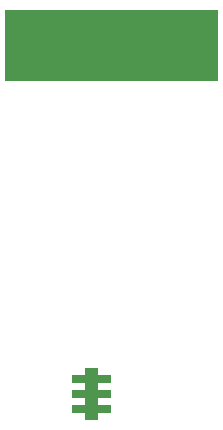
<source format=gko>
G04*
G04 #@! TF.GenerationSoftware,Altium Limited,Altium Designer,25.4.2 (15)*
G04*
G04 Layer_Color=16711935*
%FSLAX25Y25*%
%MOIN*%
G70*
G04*
G04 #@! TF.SameCoordinates,4685016B-83D2-4E7D-AD2A-A819038C0A47*
G04*
G04*
G04 #@! TF.FilePolarity,Positive*
G04*
G01*
G75*
G36*
X129165Y165181D02*
X124835D01*
Y167740D01*
X129165D01*
Y170102D01*
X124835D01*
Y172661D01*
X129165D01*
Y175024D01*
X124835D01*
Y177583D01*
X129165D01*
Y179945D01*
X133496D01*
Y177583D01*
X137827D01*
Y175024D01*
X133496D01*
Y172661D01*
X137827D01*
Y170102D01*
X133496D01*
Y167740D01*
X137827D01*
Y165181D01*
X133496D01*
Y162819D01*
X129165D01*
Y165181D01*
D02*
G37*
G36*
X173583Y275748D02*
X102717D01*
Y299370D01*
X173583D01*
Y275748D01*
D02*
G37*
M02*

</source>
